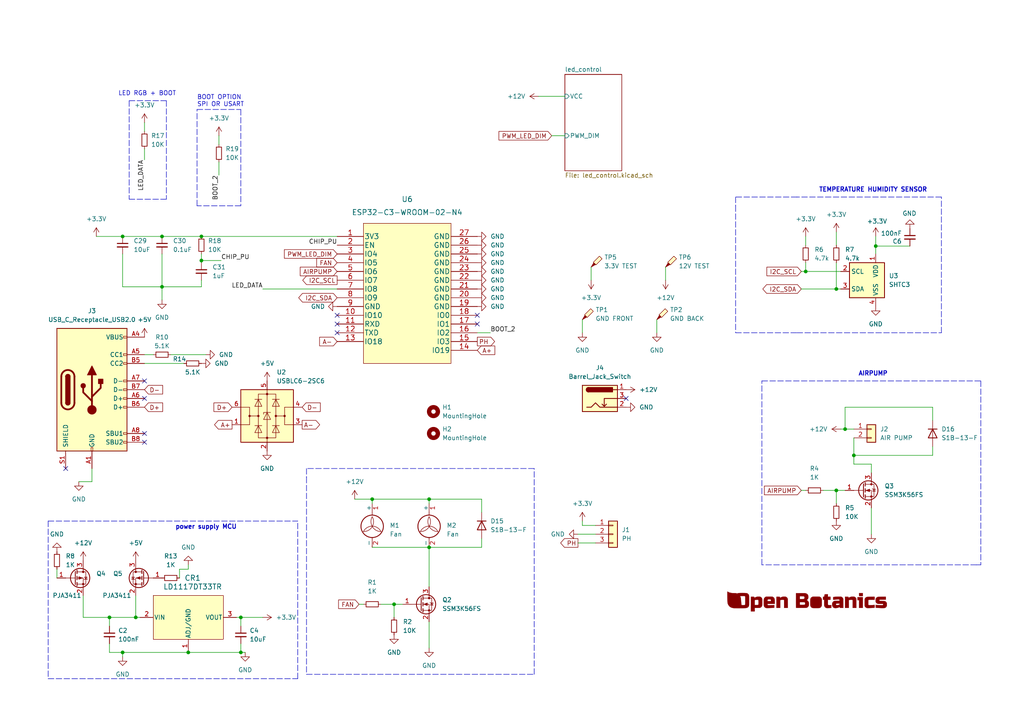
<source format=kicad_sch>
(kicad_sch (version 20211123) (generator eeschema)
  (paper "A4")
  (lib_symbols
    (symbol "Connector:Barrel_Jack_Switch" (pin_names hide)
      (property "Reference" "J" (at 0 5.334 0))
      (property "Value" "Barrel_Jack_Switch" (at 0 -5.08 0))
      (symbol "Barrel_Jack_Switch_1_1"
        (pin passive line (at 7.62 2.54 180) (length 2.54) (name "~") (number "1"))
        (pin passive line (at 7.62 -2.54 180) (length 2.54) (name "~") (number "2"))
        (pin passive line (at 7.62 0 180) (length 2.54) (name "~") (number "3"))
      )
    )
    (symbol "Connector:TestPoint_Probe" (pin_numbers hide) (pin_names (offset 0.762) hide)
      (property "Reference" "TP" (at 1.651 5.842 0))
      (property "Value" "TestPoint_Probe" (at 1.651 4.064 0))
      (symbol "TestPoint_Probe_1_1"
        (pin passive line (at 0 0 90) (length 0) (name "1") (number "1"))
      )
    )
    (symbol "Connector:USB_C_Receptacle_USB2.0" (pin_names (offset 1.016))
      (property "Reference" "J" (at -10.16 19.05 0))
      (property "Value" "USB_C_Receptacle_USB2.0" (at 19.05 19.05 0))
      (symbol "USB_C_Receptacle_USB2.0_1_1"
        (pin passive line (at 0 -22.86 90) (length 5.08) (name "GND") (number "A1"))
        (pin passive line (at 0 -22.86 90) (length 5.08) hide (name "GND") (number "A12"))
        (pin passive line (at 15.24 15.24 180) (length 5.08) (name "VBUS") (number "A4"))
        (pin bidirectional line (at 15.24 10.16 180) (length 5.08) (name "CC1") (number "A5"))
        (pin bidirectional line (at 15.24 -2.54 180) (length 5.08) (name "D+") (number "A6"))
        (pin bidirectional line (at 15.24 2.54 180) (length 5.08) (name "D-") (number "A7"))
        (pin bidirectional line (at 15.24 -12.7 180) (length 5.08) (name "SBU1") (number "A8"))
        (pin passive line (at 15.24 15.24 180) (length 5.08) hide (name "VBUS") (number "A9"))
        (pin passive line (at 0 -22.86 90) (length 5.08) hide (name "GND") (number "B1"))
        (pin passive line (at 0 -22.86 90) (length 5.08) hide (name "GND") (number "B12"))
        (pin passive line (at 15.24 15.24 180) (length 5.08) hide (name "VBUS") (number "B4"))
        (pin bidirectional line (at 15.24 7.62 180) (length 5.08) (name "CC2") (number "B5"))
        (pin bidirectional line (at 15.24 -5.08 180) (length 5.08) (name "D+") (number "B6"))
        (pin bidirectional line (at 15.24 0 180) (length 5.08) (name "D-") (number "B7"))
        (pin bidirectional line (at 15.24 -15.24 180) (length 5.08) (name "SBU2") (number "B8"))
        (pin passive line (at 15.24 15.24 180) (length 5.08) hide (name "VBUS") (number "B9"))
        (pin passive line (at -7.62 -22.86 90) (length 5.08) (name "SHIELD") (number "S1"))
      )
    )
    (symbol "Connector_Generic:Conn_01x02" (pin_names (offset 1.016) hide)
      (property "Reference" "J" (at 0 2.54 0))
      (property "Value" "Conn_01x02" (at 0 -5.08 0))
      (symbol "Conn_01x02_1_1"
        (pin passive line (at -5.08 0 0) (length 3.81) (name "Pin_1") (number "1"))
        (pin passive line (at -5.08 -2.54 0) (length 3.81) (name "Pin_2") (number "2"))
      )
    )
    (symbol "Connector_Generic:Conn_01x03" (pin_names (offset 1.016) hide)
      (property "Reference" "J" (at 0 5.08 0))
      (property "Value" "Conn_01x03" (at 0 -5.08 0))
      (symbol "Conn_01x03_1_1"
        (pin passive line (at -5.08 2.54 0) (length 3.81) (name "Pin_1") (number "1"))
        (pin passive line (at -5.08 0 0) (length 3.81) (name "Pin_2") (number "2"))
        (pin passive line (at -5.08 -2.54 0) (length 3.81) (name "Pin_3") (number "3"))
      )
    )
    (symbol "Device:C_Small" (pin_numbers hide) (pin_names (offset 0.254) hide)
      (property "Reference" "C" (at 0.254 1.778 0))
      (property "Value" "C_Small" (at 0.254 -2.032 0))
      (symbol "C_Small_1_1"
        (pin passive line (at 0 2.54 270) (length 2.032) (name "~") (number "1"))
        (pin passive line (at 0 -2.54 90) (length 2.032) (name "~") (number "2"))
      )
    )
    (symbol "Device:D" (pin_numbers hide) (pin_names (offset 1.016) hide)
      (property "Reference" "D" (at 0 2.54 0))
      (property "Value" "D" (at 0 -2.54 0))
      (symbol "D_1_1"
        (pin passive line (at -3.81 0 0) (length 2.54) (name "K") (number "1"))
        (pin passive line (at 3.81 0 180) (length 2.54) (name "A") (number "2"))
      )
    )
    (symbol "Device:Q_NMOS_GSD" (pin_names (offset 0) hide)
      (property "Reference" "Q" (at 5.08 1.27 0))
      (property "Value" "Q_NMOS_GSD" (at 5.08 -1.27 0))
      (symbol "Q_NMOS_GSD_1_1"
        (pin input line (at -5.08 0 0) (length 2.54) (name "G") (number "1"))
        (pin passive line (at 2.54 -5.08 90) (length 2.54) (name "S") (number "2"))
        (pin passive line (at 2.54 5.08 270) (length 2.54) (name "D") (number "3"))
      )
    )
    (symbol "Device:Q_PMOS_GSD" (pin_names (offset 0) hide)
      (property "Reference" "Q" (at 5.08 1.27 0))
      (property "Value" "Q_PMOS_GSD" (at 5.08 -1.27 0))
      (symbol "Q_PMOS_GSD_1_1"
        (pin input line (at -5.08 0 0) (length 2.54) (name "G") (number "1"))
        (pin passive line (at 2.54 -5.08 90) (length 2.54) (name "S") (number "2"))
        (pin passive line (at 2.54 5.08 270) (length 2.54) (name "D") (number "3"))
      )
    )
    (symbol "Device:R_Small" (pin_numbers hide) (pin_names (offset 0.254) hide)
      (property "Reference" "R" (at 0.762 0.508 0))
      (property "Value" "R_Small" (at 0.762 -1.016 0))
      (symbol "R_Small_1_1"
        (pin passive line (at 0 2.54 270) (length 0.762) (name "~") (number "1"))
        (pin passive line (at 0 -2.54 90) (length 0.762) (name "~") (number "2"))
      )
    )
    (symbol "ESP32-C3-WROOM-02:ESP32-C3-WROOM-02-N4" (pin_names (offset 0.254))
      (property "Reference" "U?" (at 0 14.605 0))
      (property "Value" "ESP32-C3-WROOM-02-N4" (at 0 10.795 0))
      (symbol "ESP32-C3-WROOM-02-N4_1_1"
        (pin unspecified line (at -20.32 3.81 0) (length 7.62) (name "3V3") (number "1"))
        (pin bidirectional line (at -20.32 -19.05 0) (length 7.62) (name "IO10") (number "10"))
        (pin unspecified line (at -20.32 -21.59 0) (length 7.62) (name "RXD") (number "11"))
        (pin unspecified line (at -20.32 -24.13 0) (length 7.62) (name "TXD") (number "12"))
        (pin bidirectional line (at -20.32 -26.67 0) (length 7.62) (name "IO18") (number "13"))
        (pin bidirectional line (at 20.32 -29.21 180) (length 7.62) (name "IO19") (number "14"))
        (pin bidirectional line (at 20.32 -26.67 180) (length 7.62) (name "IO3") (number "15"))
        (pin bidirectional line (at 20.32 -24.13 180) (length 7.62) (name "IO2") (number "16"))
        (pin bidirectional line (at 20.32 -21.59 180) (length 7.62) (name "IO1") (number "17"))
        (pin bidirectional line (at 20.32 -19.05 180) (length 7.62) (name "IO0") (number "18"))
        (pin power_in line (at 20.32 -16.51 180) (length 7.62) (name "GND") (number "19"))
        (pin unspecified line (at -20.32 1.27 0) (length 7.62) (name "EN") (number "2"))
        (pin power_in line (at 20.32 -13.97 180) (length 7.62) (name "GND") (number "20"))
        (pin power_in line (at 20.32 -11.43 180) (length 7.62) (name "GND") (number "21"))
        (pin power_in line (at 20.32 -8.89 180) (length 7.62) (name "GND") (number "22"))
        (pin power_in line (at 20.32 -6.35 180) (length 7.62) (name "GND") (number "23"))
        (pin power_in line (at 20.32 -3.81 180) (length 7.62) (name "GND") (number "24"))
        (pin power_in line (at 20.32 -1.27 180) (length 7.62) (name "GND") (number "25"))
        (pin power_in line (at 20.32 1.27 180) (length 7.62) (name "GND") (number "26"))
        (pin power_in line (at 20.32 3.81 180) (length 7.62) (name "GND") (number "27"))
        (pin bidirectional line (at -20.32 -1.27 0) (length 7.62) (name "IO4") (number "3"))
        (pin bidirectional line (at -20.32 -3.81 0) (length 7.62) (name "IO5") (number "4"))
        (pin bidirectional line (at -20.32 -6.35 0) (length 7.62) (name "IO6") (number "5"))
        (pin bidirectional line (at -20.32 -8.89 0) (length 7.62) (name "IO7") (number "6"))
        (pin bidirectional line (at -20.32 -11.43 0) (length 7.62) (name "IO8") (number "7"))
        (pin bidirectional line (at -20.32 -13.97 0) (length 7.62) (name "IO9") (number "8"))
        (pin power_in line (at -20.32 -16.51 0) (length 7.62) (name "GND") (number "9"))
      )
    )
    (symbol "GND_1" (power) (pin_names (offset 0))
      (property "Value" "GND_1" (at 0 -3.81 0))
      (symbol "GND_1_1_1"
        (pin power_in line (at 0 0 270) (length 0) hide (name "GND") (number "1"))
      )
    )
    (symbol "GND_2" (power) (pin_names (offset 0))
      (property "Value" "GND_2" (at 0 -3.81 0))
      (symbol "GND_2_1_1"
        (pin power_in line (at 0 0 270) (length 0) hide (name "GND") (number "1"))
      )
    )
    (symbol "GND_3" (power) (pin_names (offset 0))
      (property "Value" "GND_3" (at 0 -3.81 0))
      (symbol "GND_3_1_1"
        (pin power_in line (at 0 0 270) (length 0) hide (name "GND") (number "1"))
      )
    )
    (symbol "GND_4" (power) (pin_names (offset 0))
      (property "Value" "GND_4" (at 0 -3.81 0))
      (symbol "GND_4_1_1"
        (pin power_in line (at 0 0 270) (length 0) hide (name "GND") (number "1"))
      )
    )
    (symbol "GND_5" (power) (pin_names (offset 0))
      (property "Value" "GND_5" (at 0 -3.81 0))
      (symbol "GND_5_1_1"
        (pin power_in line (at 0 0 270) (length 0) hide (name "GND") (number "1"))
      )
    )
    (symbol "LD1117DT33TR:LD1117DT33TR" (pin_names (offset 0.254))
      (property "Reference" "CR?" (at 22.86 11.43 0))
      (property "Value" "LD1117DT33TR" (at 22.86 7.62 0))
      (symbol "LD1117DT33TR_1_1"
        (pin passive line (at 21.59 -15.24 90) (length 3.81) (name "ADJ/GND") (number "1"))
        (pin power_in line (at 7.62 -5.08 0) (length 3.81) (name "VIN") (number "2"))
        (pin power_out line (at 35.56 -5.08 180) (length 3.81) (name "VOUT") (number "3"))
      )
    )
    (symbol "Mechanical:MountingHole" (pin_names (offset 1.016))
      (property "Reference" "H" (at 0 5.08 0))
      (property "Value" "MountingHole" (at 0 3.175 0))
    )
    (symbol "Motor:Fan" (pin_names (offset 0))
      (property "Reference" "M" (at 2.54 5.08 0))
      (property "Value" "Fan" (at 2.54 -2.54 0))
      (symbol "Fan_1_1"
        (pin passive line (at 0 7.62 270) (length 2.54) (name "+") (number "1"))
        (pin passive line (at 0 -5.08 90) (length 2.54) (name "-") (number "2"))
      )
    )
    (symbol "OpenBotanics:LOGO" (pin_names (offset 1.016)))
    (symbol "Power_Protection:USBLC6-2SC6" (pin_names hide)
      (property "Reference" "U" (at 2.54 8.89 0))
      (property "Value" "USBLC6-2SC6" (at 2.54 -8.89 0))
      (symbol "USBLC6-2SC6_1_1"
        (pin passive line (at -10.16 -2.54 0) (length 2.54) (name "I/O1") (number "1"))
        (pin passive line (at 0 -10.16 90) (length 2.54) (name "GND") (number "2"))
        (pin passive line (at 10.16 -2.54 180) (length 2.54) (name "I/O2") (number "3"))
        (pin passive line (at 10.16 2.54 180) (length 2.54) (name "I/O2") (number "4"))
        (pin passive line (at 0 10.16 270) (length 2.54) (name "VBUS") (number "5"))
        (pin passive line (at -10.16 2.54 0) (length 2.54) (name "I/O1") (number "6"))
      )
    )
    (symbol "Sensor_Humidity:SHTC3"
      (property "Reference" "U" (at -3.81 6.35 0))
      (property "Value" "SHTC3" (at -2.54 -6.35 0))
      (symbol "SHTC3_1_1"
        (pin power_in line (at 2.54 7.62 270) (length 2.54) (name "VDD") (number "1"))
        (pin input line (at -7.62 2.54 0) (length 2.54) (name "SCL") (number "2"))
        (pin bidirectional line (at -7.62 -2.54 0) (length 2.54) (name "SDA") (number "3"))
        (pin power_in line (at 2.54 -7.62 90) (length 2.54) (name "VSS") (number "4"))
        (pin no_connect line (at 5.08 0 180) (length 2.54) hide (name "NC") (number "5"))
      )
    )
    (symbol "power:+12V" (power) (pin_names (offset 0))
      (property "Value" "+12V" (at 0 3.556 0))
      (symbol "+12V_1_1"
        (pin power_in line (at 0 0 90) (length 0) hide (name "+12V") (number "1"))
      )
    )
    (symbol "power:+3.3V" (power) (pin_names (offset 0))
      (property "Value" "+3.3V" (at 0 3.556 0))
      (symbol "+3.3V_1_1"
        (pin power_in line (at 0 0 90) (length 0) hide (name "+3.3V") (number "1"))
      )
    )
    (symbol "power:+5V" (power) (pin_names (offset 0))
      (property "Value" "+5V" (at 0 3.556 0))
      (symbol "+5V_1_1"
        (pin power_in line (at 0 0 90) (length 0) hide (name "+5V") (number "1"))
      )
    )
    (symbol "power:GND" (power) (pin_names (offset 0))
      (property "Value" "GND" (at 0 -3.81 0))
      (symbol "GND_1_1"
        (pin power_in line (at 0 0 270) (length 0) hide (name "GND") (number "1"))
      )
    )
  )
  (junction (at 124.46 144.78))
  (junction (at 242.57 83.82))
  (junction (at 124.46 158.75))
  (junction (at 58.42 75.565))
  (junction (at 247.65 132.08))
  (junction (at 245.11 124.46))
  (junction (at 58.42 68.58))
  (junction (at 39.37 179.07))
  (junction (at 35.56 189.23))
  (junction (at 31.75 179.07))
  (junction (at 35.56 68.58))
  (junction (at 69.85 179.07))
  (junction (at 69.85 189.23))
  (junction (at 233.68 78.74))
  (junction (at 242.57 142.24))
  (junction (at 114.3 175.26))
  (junction (at 46.99 68.58))
  (junction (at 254 71.374))
  (junction (at 46.99 83.185))
  (junction (at 54.61 189.23))
  (junction (at 107.95 144.78))
  (no_connect (at 97.79 93.98))
  (no_connect (at 97.79 91.44))
  (no_connect (at 19.05 135.89))
  (no_connect (at 41.91 125.73))
  (no_connect (at 97.79 96.52))
  (no_connect (at 41.91 115.57))
  (no_connect (at 138.43 91.44))
  (no_connect (at 41.91 110.49))
  (no_connect (at 41.91 128.27))
  (no_connect (at 181.61 115.57))
  (no_connect (at 138.43 93.98))
  (polyline (pts (xy 13.97 196.85) (xy 86.36 196.85)))
  (wire (pts (xy 242.57 76.2) (xy 242.57 83.82)))
  (wire (pts (xy 54.61 189.23) (xy 69.85 189.23)))
  (polyline (pts (xy 283.21 163.83) (xy 220.98 163.83)))
  (wire (pts (xy 69.85 186.69) (xy 69.85 189.23)))
  (polyline (pts (xy 231.14 96.52) (xy 273.05 96.52)))
  (polyline (pts (xy 273.05 96.52) (xy 273.05 57.15)))
  (wire (pts (xy 35.56 83.185) (xy 46.99 83.185)))
  (polyline (pts (xy 220.98 163.83) (xy 220.98 110.49)))
  (polyline (pts (xy 13.97 151.13) (xy 86.36 151.13)))
  (wire (pts (xy 41.91 43.18) (xy 41.91 46.355)))
  (polyline (pts (xy 69.85 59.69) (xy 57.15 59.69)))
  (polyline (pts (xy 213.36 96.52) (xy 231.14 96.52)))
  (polyline (pts (xy 231.14 57.15) (xy 213.36 57.15)))
  (wire (pts (xy 160.02 39.37) (xy 163.83 39.37)))
  (wire (pts (xy 46.99 83.185) (xy 46.99 86.995)))
  (wire (pts (xy 124.46 144.78) (xy 124.46 146.05)))
  (wire (pts (xy 139.7 158.75) (xy 139.7 156.21)))
  (wire (pts (xy 41.91 102.87) (xy 44.45 102.87)))
  (wire (pts (xy 35.56 189.23) (xy 54.61 189.23)))
  (wire (pts (xy 41.91 35.56) (xy 41.91 38.1)))
  (polyline (pts (xy 88.9 135.89) (xy 88.9 138.43)))
  (wire (pts (xy 114.3 179.07) (xy 114.3 175.26)))
  (wire (pts (xy 232.41 142.24) (xy 233.68 142.24)))
  (wire (pts (xy 243.84 124.46) (xy 245.11 124.46)))
  (polyline (pts (xy 273.05 57.15) (xy 231.14 57.15)))
  (wire (pts (xy 58.42 75.565) (xy 64.135 75.565)))
  (wire (pts (xy 27.94 68.58) (xy 35.56 68.58)))
  (wire (pts (xy 46.99 83.185) (xy 58.42 83.185)))
  (wire (pts (xy 107.95 144.78) (xy 124.46 144.78)))
  (wire (pts (xy 58.42 73.66) (xy 58.42 75.565)))
  (polyline (pts (xy 213.36 57.15) (xy 213.36 59.69)))
  (wire (pts (xy 58.42 83.185) (xy 58.42 81.28)))
  (polyline (pts (xy 284.48 163.83) (xy 283.21 163.83)))
  (wire (pts (xy 31.75 179.07) (xy 39.37 179.07)))
  (wire (pts (xy 139.7 144.78) (xy 124.46 144.78)))
  (wire (pts (xy 168.91 152.4) (xy 172.72 152.4)))
  (wire (pts (xy 247.65 132.08) (xy 247.65 134.62)))
  (wire (pts (xy 270.51 129.54) (xy 270.51 132.08)))
  (wire (pts (xy 35.56 68.58) (xy 46.99 68.58)))
  (wire (pts (xy 245.11 124.46) (xy 247.65 124.46)))
  (polyline (pts (xy 13.97 151.13) (xy 13.97 196.85)))
  (wire (pts (xy 247.65 134.62) (xy 252.73 134.62)))
  (wire (pts (xy 31.75 189.23) (xy 35.56 189.23)))
  (wire (pts (xy 270.51 121.92) (xy 270.51 118.11)))
  (wire (pts (xy 63.5 46.99) (xy 63.5 50.8)))
  (wire (pts (xy 242.57 146.05) (xy 242.57 142.24)))
  (polyline (pts (xy 154.94 135.89) (xy 88.9 135.89)))
  (polyline (pts (xy 48.26 29.21) (xy 48.26 57.785)))
  (polyline (pts (xy 48.26 57.785) (xy 37.465 57.785)))
  (wire (pts (xy 138.43 96.52) (xy 142.24 96.52)))
  (polyline (pts (xy 57.15 59.69) (xy 57.15 31.75)))
  (wire (pts (xy 232.41 83.82) (xy 242.57 83.82)))
  (wire (pts (xy 102.87 144.78) (xy 107.95 144.78)))
  (wire (pts (xy 69.85 179.07) (xy 69.85 181.61)))
  (wire (pts (xy 124.46 158.75) (xy 139.7 158.75)))
  (wire (pts (xy 54.61 165.1) (xy 52.07 165.1)))
  (wire (pts (xy 24.13 172.72) (xy 24.13 179.07)))
  (wire (pts (xy 41.91 105.41) (xy 53.34 105.41)))
  (wire (pts (xy 63.5 39.37) (xy 63.5 41.91)))
  (wire (pts (xy 167.64 154.94) (xy 172.72 154.94)))
  (wire (pts (xy 245.11 118.11) (xy 245.11 124.46)))
  (wire (pts (xy 52.07 165.1) (xy 52.07 167.64)))
  (polyline (pts (xy 86.36 196.85) (xy 86.36 151.13)))
  (wire (pts (xy 58.42 75.565) (xy 58.42 76.2)))
  (wire (pts (xy 24.13 179.07) (xy 31.75 179.07)))
  (wire (pts (xy 156.21 27.94) (xy 163.83 27.94)))
  (wire (pts (xy 167.64 157.48) (xy 172.72 157.48)))
  (polyline (pts (xy 213.36 59.69) (xy 213.36 96.52)))
  (wire (pts (xy 58.42 68.58) (xy 97.79 68.58)))
  (wire (pts (xy 46.99 73.66) (xy 46.99 83.185)))
  (wire (pts (xy 232.41 78.74) (xy 233.68 78.74)))
  (wire (pts (xy 114.3 175.26) (xy 116.84 175.26)))
  (wire (pts (xy 39.37 172.72) (xy 39.37 179.07)))
  (wire (pts (xy 39.37 179.07) (xy 40.64 179.07)))
  (polyline (pts (xy 57.15 31.75) (xy 69.85 31.75)))
  (wire (pts (xy 254 68.58) (xy 254 71.374)))
  (polyline (pts (xy 37.465 29.21) (xy 48.26 29.21)))
  (wire (pts (xy 193.04 77.47) (xy 193.04 81.28)))
  (wire (pts (xy 54.61 163.83) (xy 54.61 165.1)))
  (polyline (pts (xy 88.9 195.58) (xy 154.94 195.58)))
  (wire (pts (xy 263.906 71.374) (xy 254 71.374)))
  (wire (pts (xy 190.5 92.71) (xy 190.5 96.52)))
  (polyline (pts (xy 69.85 31.75) (xy 69.85 59.69)))
  (wire (pts (xy 107.95 158.75) (xy 124.46 158.75)))
  (polyline (pts (xy 284.48 110.49) (xy 284.48 163.83)))
  (wire (pts (xy 233.68 78.74) (xy 243.84 78.74)))
  (wire (pts (xy 35.56 189.23) (xy 35.56 190.5)))
  (wire (pts (xy 242.57 83.82) (xy 243.84 83.82)))
  (wire (pts (xy 233.68 68.58) (xy 233.68 71.12)))
  (wire (pts (xy 76.2 83.82) (xy 97.79 83.82)))
  (wire (pts (xy 233.68 76.2) (xy 233.68 78.74)))
  (wire (pts (xy 104.14 175.26) (xy 105.41 175.26)))
  (polyline (pts (xy 88.9 138.43) (xy 88.9 195.58)))
  (wire (pts (xy 171.45 77.47) (xy 171.45 81.28)))
  (wire (pts (xy 252.73 147.32) (xy 252.73 154.94)))
  (wire (pts (xy 124.46 180.34) (xy 124.46 187.96)))
  (polyline (pts (xy 220.98 110.49) (xy 284.48 110.49)))
  (wire (pts (xy 31.75 186.69) (xy 31.75 189.23)))
  (wire (pts (xy 110.49 175.26) (xy 114.3 175.26)))
  (wire (pts (xy 168.91 92.71) (xy 168.91 96.52)))
  (wire (pts (xy 238.76 142.24) (xy 242.57 142.24)))
  (wire (pts (xy 69.85 179.07) (xy 76.2 179.07)))
  (wire (pts (xy 242.57 67.31) (xy 242.57 71.12)))
  (wire (pts (xy 254 71.374) (xy 254 73.66)))
  (wire (pts (xy 124.46 158.75) (xy 124.46 170.18)))
  (wire (pts (xy 139.7 148.59) (xy 139.7 144.78)))
  (wire (pts (xy 26.67 135.89) (xy 26.67 139.7)))
  (wire (pts (xy 35.56 73.66) (xy 35.56 83.185)))
  (polyline (pts (xy 37.465 29.21) (xy 37.465 57.785)))
  (wire (pts (xy 49.53 102.87) (xy 59.69 102.87)))
  (wire (pts (xy 270.51 118.11) (xy 245.11 118.11)))
  (wire (pts (xy 68.58 179.07) (xy 69.85 179.07)))
  (wire (pts (xy 247.65 127) (xy 247.65 132.08)))
  (wire (pts (xy 26.67 139.7) (xy 22.86 139.7)))
  (wire (pts (xy 107.95 144.78) (xy 107.95 146.05)))
  (wire (pts (xy 168.91 151.13) (xy 168.91 152.4)))
  (wire (pts (xy 270.51 132.08) (xy 247.65 132.08)))
  (wire (pts (xy 46.99 68.58) (xy 58.42 68.58)))
  (wire (pts (xy 242.57 142.24) (xy 245.11 142.24)))
  (wire (pts (xy 252.73 134.62) (xy 252.73 137.16)))
  (wire (pts (xy 16.51 165.1) (xy 16.51 167.64)))
  (polyline (pts (xy 154.94 195.58) (xy 154.94 135.89)))
  (wire (pts (xy 69.85 189.23) (xy 71.12 189.23)))
  (wire (pts (xy 31.75 179.07) (xy 31.75 181.61)))
  (text "BOOT OPTION\nSPI OR USART" (at 57.15 31.115 0) (effects (font (size 1.27 1.27)) (justify left bottom)))
  (text "LED RGB + BOOT" (at 34.29 27.94 0) (effects (font (size 1.27 1.27)) (justify left bottom)))
  (text "AIRPUMP" (at 248.92 109.22 0) (effects (font (size 1.27 1.27) (thickness 0.254) bold) (justify left bottom)))
  (text "TEMPERATURE HUMIDITY SENSOR" (at 237.49 55.88 0) (effects (font (size 1.27 1.27) bold) (justify left bottom)))
  (text "power supply MCU" (at 50.8 153.67 0) (effects (font (size 1.27 1.27) bold) (justify left bottom)))
  (label "BOOT_2" (at 142.24 96.52 0))
  (label "LED_DATA" (at 76.2 83.82 180))
  (label "CHIP_PU" (at 64.135 75.565 0))
  (label "LED_DATA" (at 41.91 46.355 270))
  (label "BOOT_2" (at 63.5 50.8 270))
  (label "CHIP_PU" (at 97.79 71.12 180))
  (global_label "I2C_SCL" (shape input) (at 232.41 78.74 180) (property "Intersheet References" "${INTERSHEET_REFS}" (effects hide)))
  (global_label "AIRPUMP" (shape input) (at 232.41 142.24 180) (property "Intersheet References" "${INTERSHEET_REFS}" (effects hide)))
  (global_label "A-" (shape output) (at 87.63 123.19 0) (property "Referencias entre hojas" "${INTERSHEET_REFS}" (effects hide)))
  (global_label "A+" (shape output) (at 67.31 123.19 180) (property "Referencias entre hojas" "${INTERSHEET_REFS}" (effects hide)))
  (global_label "I2C_SCL" (shape output) (at 97.79 81.28 180) (property "Intersheet References" "${INTERSHEET_REFS}" (effects hide)))
  (global_label "PWM_LED_DIM" (shape input) (at 160.02 39.37 180) (property "Intersheet References" "${INTERSHEET_REFS}" (effects hide)))
  (global_label "A-" (shape input) (at 97.79 99.06 180) (property "Referencias entre hojas" "${INTERSHEET_REFS}" (effects hide)))
  (global_label "PH" (shape output) (at 167.64 157.48 180) (property "Intersheet References" "${INTERSHEET_REFS}" (effects hide)))
  (global_label "I2C_SDA" (shape bidirectional) (at 232.41 83.82 180) (property "Intersheet References" "${INTERSHEET_REFS}" (effects hide)))
  (global_label "FAN" (shape input) (at 97.79 76.2 180) (property "Intersheet References" "${INTERSHEET_REFS}" (effects hide)))
  (global_label "PWM_LED_DIM" (shape input) (at 97.79 73.66 180) (property "Intersheet References" "${INTERSHEET_REFS}" (effects hide)))
  (global_label "FAN" (shape input) (at 104.14 175.26 180) (property "Intersheet References" "${INTERSHEET_REFS}" (effects hide)))
  (global_label "I2C_SDA" (shape bidirectional) (at 97.79 86.36 180) (property "Intersheet References" "${INTERSHEET_REFS}" (effects hide)))
  (global_label "A+" (shape input) (at 138.43 101.6 0) (property "Referencias entre hojas" "${INTERSHEET_REFS}" (effects hide)))
  (global_label "D+" (shape input) (at 67.31 118.11 180) (property "Referencias entre hojas" "${INTERSHEET_REFS}" (effects hide)))
  (global_label "PH" (shape output) (at 138.43 99.06 0) (property "Intersheet References" "${INTERSHEET_REFS}" (effects hide)))
  (global_label "AIRPUMP" (shape input) (at 97.79 78.74 180) (property "Intersheet References" "${INTERSHEET_REFS}" (effects hide)))
  (global_label "D-" (shape input) (at 41.91 113.03 0) (property "Referencias entre hojas" "${INTERSHEET_REFS}" (effects hide)))
  (global_label "D-" (shape input) (at 87.63 118.11 0) (property "Referencias entre hojas" "${INTERSHEET_REFS}" (effects hide)))
  (global_label "D+" (shape input) (at 41.91 118.11 0) (property "Referencias entre hojas" "${INTERSHEET_REFS}" (effects hide)))
  (symbol (lib_id "Device:R_Small") (at 46.99 102.87 90) (unit 1)
    (property "Reference" "R10" (at 46.99 97.79 90))
    (property "Value" "5.1K" (at 46.99 100.33 90))
    (property "Footprint" "Resistor_SMD:R_0603_1608Metric" (effects hide))
    (property "PN" "RC0603FR-135K1L" (effects hide))
  )
  (symbol (lib_id "Connector:TestPoint_Probe") (at 193.04 77.47 0) (unit 1)
    (property "Reference" "TP6" (at 196.85 74.6124 0) (effects (justify left)))
    (property "Value" "12V TEST" (at 196.85 77.1524 0) (effects (justify left)))
    (property "Footprint" "TestPoint:TestPoint_Pad_D1.5mm" (effects hide))
  )
  (symbol (lib_id "Device:C_Small") (at 35.56 71.12 0) (unit 1)
    (property "Reference" "C29" (at 38.735 69.8562 0) (effects (justify left)))
    (property "Value" "10uF" (at 38.735 72.3962 0) (effects (justify left)))
    (property "Footprint" "Capacitor_SMD:C_0805_2012Metric_Pad1.18x1.45mm_HandSolder" (effects hide))
    (property "PN" "CL21A106KQFNNNE" (effects hide))
  )
  (symbol (lib_id "Device:C_Small") (at 46.99 71.12 0) (unit 1)
    (property "Reference" "C30" (at 50.165 69.8562 0) (effects (justify left)))
    (property "Value" "0.1uF" (at 50.165 72.3962 0) (effects (justify left)))
    (property "Footprint" "Capacitor_SMD:C_0603_1608Metric_Pad1.08x0.95mm_HandSolder" (effects hide))
    (property "PN" "CL10B104KA8NNNC" (effects hide))
  )
  (symbol (lib_id "power:GND") (at 97.79 88.9 270) (unit 1)
    (property "Reference" "#PWR078" (effects hide))
    (property "Value" "GND" (at 90.17 88.9 90) (effects (justify left)))
  )
  (symbol (lib_name "GND_4") (lib_id "power:GND") (at 54.61 163.83 180) (unit 1)
    (property "Reference" "#PWR0110" (effects hide))
    (property "Value" "GND" (at 54.61 158.75 0))
  )
  (symbol (lib_id "Device:Q_PMOS_GSD") (at 41.91 167.64 0) (mirror y) (unit 1)
    (property "Reference" "Q5" (at 35.56 166.3699 0) (effects (justify left)))
    (property "Value" "PJA3411" (at 38.1 172.72 0) (effects (justify left)))
    (property "Footprint" "Package_TO_SOT_SMD:SOT-23" (effects hide))
    (property "PN" "PJA3411-AU_R1_000A1" (effects hide))
  )
  (symbol (lib_id "Device:R_Small") (at 55.88 105.41 90) (unit 1)
    (property "Reference" "R14" (at 52.07 104.14 90))
    (property "Value" "5.1K" (at 55.88 107.95 90))
    (property "Footprint" "Resistor_SMD:R_0603_1608Metric" (effects hide))
    (property "PN" "RC0603FR-135K1L" (effects hide))
  )
  (symbol (lib_id "power:GND") (at 35.56 190.5 0) (unit 1)
    (property "Reference" "#PWR03" (effects hide))
    (property "Value" "GND" (at 35.56 195.58 0))
  )
  (symbol (lib_id "Device:C_Small") (at 263.906 68.834 0) (unit 1)
    (property "Reference" "C6" (at 261.5692 70.0024 0) (effects (justify right)))
    (property "Value" "100nF" (at 261.5692 67.691 0) (effects (justify right)))
    (property "Footprint" "Capacitor_SMD:C_0603_1608Metric_Pad1.08x0.95mm_HandSolder" (effects hide))
    (property "PN" "CL10B104KA8NNNC" (effects hide))
  )
  (symbol (lib_id "power:GND") (at 242.57 151.13 0) (unit 1)
    (property "Reference" "#PWR013" (effects hide))
    (property "Value" "GND" (at 242.57 156.21 0))
  )
  (symbol (lib_id "Connector:TestPoint_Probe") (at 171.45 77.47 0) (unit 1)
    (property "Reference" "TP5" (at 175.26 74.6124 0) (effects (justify left)))
    (property "Value" "3.3V TEST" (at 175.26 77.1524 0) (effects (justify left)))
    (property "Footprint" "TestPoint:TestPoint_Pad_D1.5mm" (effects hide))
  )
  (symbol (lib_id "power:+3.3V") (at 27.94 68.58 0) (unit 1)
    (property "Reference" "#PWR01" (effects hide))
    (property "Value" "+3.3V" (at 27.94 63.5 0))
  )
  (symbol (lib_id "Mechanical:MountingHole") (at 125.73 125.73 0) (unit 1)
    (property "Reference" "H2" (at 128.27 124.4599 0) (effects (justify left)))
    (property "Value" "MountingHole" (at 128.27 126.9999 0) (effects (justify left)))
    (property "Footprint" "MountingHole:MountingHole_2.2mm_M2_Pad" (effects hide))
  )
  (symbol (lib_id "Connector:Barrel_Jack_Switch") (at 173.99 115.57 0) (unit 1)
    (property "Reference" "J4" (at 173.99 106.68 0))
    (property "Value" "Barrel_Jack_Switch" (at 173.99 109.22 0))
    (property "Footprint" "PJ-007:CUI_PJ-007" (effects hide))
    (property "PN" "PJ-007" (effects hide))
  )
  (symbol (lib_id "Device:C_Small") (at 58.42 78.74 0) (unit 1)
    (property "Reference" "C31" (at 61.595 77.4762 0) (effects (justify left)))
    (property "Value" "1uF" (at 61.595 80.0162 0) (effects (justify left)))
    (property "Footprint" "Capacitor_SMD:C_0603_1608Metric_Pad1.08x0.95mm_HandSolder" (effects hide))
    (property "PN" "CL10A105KA8NNNC" (effects hide))
  )
  (symbol (lib_id "Device:Q_NMOS_GSD") (at 250.19 142.24 0) (unit 1)
    (property "Reference" "Q3" (at 256.54 140.9699 0) (effects (justify left)))
    (property "Value" "SSM3K56FS" (at 256.54 143.5099 0) (effects (justify left)))
    (property "Footprint" "Package_TO_SOT_SMD:SOT-23" (effects hide))
    (property "PN" "SSM3K56FS" (effects hide))
  )
  (symbol (lib_id "power:GND") (at 138.43 88.9 90) (unit 1)
    (property "Reference" "#PWR087" (effects hide))
    (property "Value" "GND" (at 142.24 88.8999 90) (effects (justify right)))
  )
  (symbol (lib_id "power:+12V") (at 181.61 113.03 270) (unit 1)
    (property "Reference" "#PWR021" (effects hide))
    (property "Value" "+12V" (at 185.42 113.0299 90) (effects (justify left)))
  )
  (symbol (lib_id "Power_Protection:USBLC6-2SC6") (at 77.47 120.65 0) (unit 1)
    (property "Reference" "U2" (at 80.2387 107.95 0) (effects (justify left)))
    (property "Value" "USBLC6-2SC6" (at 80.2387 110.49 0) (effects (justify left)))
    (property "Footprint" "Package_TO_SOT_SMD:SOT-23-6" (effects hide))
    (property "Datasheet" "https://www.st.com/resource/en/datasheet/usblc6-2.pdf" (effects hide))
    (property "PN" "USBLC6-2SC6" (effects hide))
  )
  (symbol (lib_id "Connector:USB_C_Receptacle_USB2.0") (at 26.67 113.03 0) (unit 1)
    (property "Reference" "J3" (at 26.67 90.17 0))
    (property "Value" "USB_C_Receptacle_USB2.0" (at 26.67 92.71 0))
    (property "Footprint" "Connector_USB:USB_C_Receptacle_HRO_TYPE-C-31-M-12" (effects hide))
    (property "Datasheet" "https://www.usb.org/sites/default/files/documents/usb_type-c.zip" (effects hide))
    (property "PN" "USB4500-03-0-A" (effects hide))
  )
  (symbol (lib_id "power:GND") (at 138.43 78.74 90) (unit 1)
    (property "Reference" "#PWR083" (effects hide))
    (property "Value" "GND" (at 142.24 78.7399 90) (effects (justify right)))
  )
  (symbol (lib_id "power:+12V") (at 24.13 162.56 0) (unit 1)
    (property "Reference" "#PWR02" (effects hide))
    (property "Value" "+12V" (at 24.13 157.48 0))
  )
  (symbol (lib_id "Device:R_Small") (at 49.53 167.64 90) (unit 1)
    (property "Reference" "R13" (at 49.53 161.29 90))
    (property "Value" "1K" (at 49.53 163.83 90))
    (property "Footprint" "Resistor_SMD:R_0603_1608Metric_Pad0.98x0.95mm_HandSolder" (effects hide))
    (property "PN" "RNCP0603FTD1K00" (effects hide))
  )
  (symbol (lib_id "power:GND") (at 138.43 68.58 90) (unit 1)
    (property "Reference" "#PWR079" (effects hide))
    (property "Value" "GND" (at 142.24 68.5799 90) (effects (justify right)))
  )
  (symbol (lib_id "Device:R_Small") (at 63.5 44.45 0) (unit 1)
    (property "Reference" "R19" (at 65.405 43.1799 0) (effects (justify left)))
    (property "Value" "10K" (at 65.405 45.7199 0) (effects (justify left)))
    (property "Footprint" "Resistor_SMD:R_0603_1608Metric_Pad0.98x0.95mm_HandSolder" (effects hide))
    (property "PN" "RNCP0603FTD10K0" (effects hide))
  )
  (symbol (lib_name "GND_4") (lib_id "power:GND") (at 16.51 160.02 0) (mirror x) (unit 1)
    (property "Reference" "#PWR0111" (effects hide))
    (property "Value" "GND" (at 16.51 154.94 0))
  )
  (symbol (lib_id "Motor:Fan") (at 107.95 153.67 0) (unit 1)
    (property "Reference" "M1" (at 113.03 152.3999 0) (effects (justify left)))
    (property "Value" "Fan" (at 113.03 154.9399 0) (effects (justify left)))
    (property "Footprint" "Connector_PinHeader_2.54mm:PinHeader_1x02_P2.54mm_Horizontal" (effects hide))
  )
  (symbol (lib_id "power:+3.3V") (at 168.91 151.13 0) (unit 1)
    (property "Reference" "#PWR012" (effects hide))
    (property "Value" "+3.3V" (at 168.91 146.05 0))
  )
  (symbol (lib_id "power:GND") (at 167.64 154.94 270) (unit 1)
    (property "Reference" "#PWR011" (effects hide))
    (property "Value" "GND" (at 163.83 154.9399 90) (effects (justify right)))
  )
  (symbol (lib_id "power:GND") (at 138.43 81.28 90) (unit 1)
    (property "Reference" "#PWR084" (effects hide))
    (property "Value" "GND" (at 142.24 81.2799 90) (effects (justify right)))
  )
  (symbol (lib_id "Device:D") (at 270.51 125.73 270) (unit 1)
    (property "Reference" "D16" (at 273.05 124.4599 90) (effects (justify left)))
    (property "Value" "S1B-13-F" (at 273.05 126.9999 90) (effects (justify left)))
    (property "Footprint" "Diode_SMD:D_SMA" (effects hide))
    (property "PN" "S1B-13-F" (effects hide))
  )
  (symbol (lib_id "power:GND") (at 114.3 184.15 0) (unit 1)
    (property "Reference" "#PWR09" (effects hide))
    (property "Value" "GND" (at 114.3 189.23 0))
  )
  (symbol (lib_id "Device:R_Small") (at 58.42 71.12 0) (unit 1)
    (property "Reference" "R18" (at 60.325 69.8499 0) (effects (justify left)))
    (property "Value" "10K" (at 60.325 72.3899 0) (effects (justify left)))
    (property "Footprint" "Resistor_SMD:R_0603_1608Metric_Pad0.98x0.95mm_HandSolder" (effects hide))
    (property "PN" "RNCP0603FTD10K0" (effects hide))
  )
  (symbol (lib_name "GND_3") (lib_id "power:GND") (at 22.86 139.7 0) (unit 1)
    (property "Reference" "#PWR0104" (effects hide))
    (property "Value" "GND" (at 22.86 144.78 0))
  )
  (symbol (lib_id "Device:R_Small") (at 233.68 73.66 0) (unit 1)
    (property "Reference" "R6" (at 236.22 72.3899 0) (effects (justify left)))
    (property "Value" "4.7k" (at 236.22 74.9299 0) (effects (justify left)))
    (property "Footprint" "Resistor_SMD:R_0603_1608Metric_Pad0.98x0.95mm_HandSolder" (effects hide))
    (property "PN" "RMCF0603FT4K70" (effects hide))
  )
  (symbol (lib_id "LD1117DT33TR:LD1117DT33TR") (at 33.02 173.99 0) (unit 1)
    (property "Reference" "CR1" (at 55.88 167.64 0) (effects (font (size 1.524 1.524))))
    (property "Value" "LD1117DT33TR" (at 55.88 170.18 0) (effects (font (size 1.524 1.524))))
    (property "Footprint" "Package_TO_SOT_SMD:TO-252-3_TabPin4" (effects hide))
  )
  (symbol (lib_id "power:GND") (at 190.5 96.52 0) (unit 1)
    (property "Reference" "#PWR026" (effects hide))
    (property "Value" "GND" (at 190.5 101.6 0))
  )
  (symbol (lib_id "power:GND") (at 254 88.9 0) (unit 1)
    (property "Reference" "#PWR017" (effects hide))
    (property "Value" "GND" (at 254 93.98 0))
  )
  (symbol (lib_id "power:+3.3V") (at 41.91 35.56 0) (unit 1)
    (property "Reference" "#PWR0101" (effects hide))
    (property "Value" "+3.3V" (at 41.91 30.48 0))
  )
  (symbol (lib_id "Connector_Generic:Conn_01x03") (at 177.8 154.94 0) (unit 1)
    (property "Reference" "J1" (at 180.34 153.6699 0) (effects (justify left)))
    (property "Value" "PH" (at 180.34 156.2099 0) (effects (justify left)))
    (property "Footprint" "Connector_PinHeader_2.54mm:PinHeader_1x03_P2.54mm_Horizontal" (effects hide))
  )
  (symbol (lib_id "Device:C_Small") (at 69.85 184.15 0) (unit 1)
    (property "Reference" "C4" (at 72.39 182.8862 0) (effects (justify left)))
    (property "Value" "10uF" (at 72.39 185.4262 0) (effects (justify left)))
    (property "Footprint" "Capacitor_SMD:C_0805_2012Metric_Pad1.18x1.45mm_HandSolder" (effects hide))
    (property "PN" "CL21A106KOQNNNE" (effects hide))
  )
  (symbol (lib_id "Device:R_Small") (at 41.91 40.64 0) (unit 1)
    (property "Reference" "R17" (at 43.815 39.3699 0) (effects (justify left)))
    (property "Value" "10K" (at 43.815 41.9099 0) (effects (justify left)))
    (property "Footprint" "Resistor_SMD:R_0603_1608Metric_Pad0.98x0.95mm_HandSolder" (effects hide))
    (property "PN" "RNCP0603FTD10K0" (effects hide))
  )
  (symbol (lib_id "power:+12V") (at 243.84 124.46 90) (unit 1)
    (property "Reference" "#PWR014" (effects hide))
    (property "Value" "+12V" (at 240.03 124.4599 90) (effects (justify left)))
  )
  (symbol (lib_id "Device:R_Small") (at 114.3 181.61 0) (unit 1)
    (property "Reference" "R2" (at 116.84 180.3399 0) (effects (justify left)))
    (property "Value" "10K" (at 116.84 182.8799 0) (effects (justify left)))
    (property "Footprint" "Resistor_SMD:R_0603_1608Metric_Pad0.98x0.95mm_HandSolder" (effects hide))
    (property "PN" "RNCP0603FTD10K0" (effects hide))
  )
  (symbol (lib_id "power:+3.3V") (at 242.57 67.31 0) (unit 1)
    (property "Reference" "#PWR020" (effects hide))
    (property "Value" "+3.3V" (at 242.57 62.23 0))
  )
  (symbol (lib_id "Sensor_Humidity:SHTC3") (at 251.46 81.28 0) (unit 1)
    (property "Reference" "U3" (at 257.81 80.0099 0) (effects (justify left)))
    (property "Value" "SHTC3" (at 257.81 82.5499 0) (effects (justify left)))
    (property "Footprint" "Sensor_Humidity:Sensirion_DFN-4-1EP_2x2mm_P1mm_EP0.7x1.6mm" (effects hide))
    (property "Datasheet" "https://www.sensirion.com/fileadmin/user_upload/customers/sensirion/Dokumente/0_Datasheets/Humidity/Sensirion_Humidity_Sensors_SHTC3_Datasheet.pdf" (effects hide))
    (property "PN" "SHTC3" (effects hide))
  )
  (symbol (lib_id "power:+12V") (at 102.87 144.78 0) (unit 1)
    (property "Reference" "#PWR04" (effects hide))
    (property "Value" "+12V" (at 102.87 139.7 0))
  )
  (symbol (lib_id "power:GND") (at 168.91 96.52 0) (unit 1)
    (property "Reference" "#PWR025" (effects hide))
    (property "Value" "GND" (at 168.91 101.6 0))
  )
  (symbol (lib_id "Device:D") (at 139.7 152.4 270) (unit 1)
    (property "Reference" "D15" (at 142.24 151.1299 90) (effects (justify left)))
    (property "Value" "S1B-13-F" (at 142.24 153.6699 90) (effects (justify left)))
    (property "Footprint" "Diode_SMD:D_SMA" (effects hide))
    (property "PN" "S1B-13-F" (effects hide))
  )
  (symbol (lib_id "power:GND") (at 263.906 66.294 180) (unit 1)
    (property "Reference" "#PWR018" (effects hide))
    (property "Value" "GND" (at 263.779 61.8998 0))
  )
  (symbol (lib_id "Device:R_Small") (at 107.95 175.26 90) (unit 1)
    (property "Reference" "R1" (at 107.95 168.91 90))
    (property "Value" "1K" (at 107.95 171.45 90))
    (property "Footprint" "Resistor_SMD:R_0603_1608Metric_Pad0.98x0.95mm_HandSolder" (effects hide))
    (property "PN" "RNCP0603FTD1K00" (effects hide))
  )
  (symbol (lib_id "power:+5V") (at 41.91 97.79 0) (unit 1)
    (property "Reference" "#PWR0103" (effects hide))
    (property "Value" "+5V" (at 41.91 92.71 0))
  )
  (symbol (lib_id "power:+3.3V") (at 76.2 179.07 270) (unit 1)
    (property "Reference" "#PWR06" (effects hide))
    (property "Value" "+3.3V" (at 80.01 179.0699 90) (effects (justify left)))
  )
  (symbol (lib_id "power:GND") (at 181.61 118.11 90) (unit 1)
    (property "Reference" "#PWR022" (effects hide))
    (property "Value" "GND" (at 185.42 118.1099 90) (effects (justify right)))
  )
  (symbol (lib_id "power:+3.3V") (at 254 68.58 0) (unit 1)
    (property "Reference" "#PWR016" (effects hide))
    (property "Value" "+3.3V" (at 254.381 64.1858 0))
  )
  (symbol (lib_id "Device:R_Small") (at 16.51 162.56 0) (mirror y) (unit 1)
    (property "Reference" "R8" (at 19.05 161.2899 0) (effects (justify right)))
    (property "Value" "1K" (at 19.05 163.8299 0) (effects (justify right)))
    (property "Footprint" "Resistor_SMD:R_0603_1608Metric_Pad0.98x0.95mm_HandSolder" (effects hide))
    (property "PN" "RNCP0603FTD1K00" (effects hide))
  )
  (symbol (lib_name "GND_5") (lib_id "power:GND") (at 77.47 130.81 0) (unit 1)
    (property "Reference" "#PWR0108" (effects hide))
    (property "Value" "GND" (at 77.47 135.89 0))
  )
  (symbol (lib_name "GND_1") (lib_id "power:GND") (at 58.42 105.41 90) (unit 1)
    (property "Reference" "#PWR0105" (effects hide))
    (property "Value" "GND" (at 62.23 105.4099 90) (effects (justify right)))
  )
  (symbol (lib_id "Device:Q_PMOS_GSD") (at 21.59 167.64 0) (unit 1)
    (property "Reference" "Q4" (at 27.94 166.3699 0) (effects (justify left)))
    (property "Value" "PJA3411" (at 15.24 172.72 0) (effects (justify left)))
    (property "Footprint" "Package_TO_SOT_SMD:SOT-23" (effects hide))
    (property "PN" "PJA3411-AU_R1_000A1" (effects hide))
  )
  (symbol (lib_id "Device:C_Small") (at 31.75 184.15 0) (unit 1)
    (property "Reference" "C2" (at 34.29 182.8862 0) (effects (justify left)))
    (property "Value" "100nF" (at 34.29 185.4262 0) (effects (justify left)))
    (property "Footprint" "Capacitor_SMD:C_0603_1608Metric_Pad1.08x0.95mm_HandSolder" (effects hide))
    (property "PN" "CL10B104KB8NNNL" (effects hide))
  )
  (symbol (lib_name "GND_2") (lib_id "power:GND") (at 59.69 102.87 90) (unit 1)
    (property "Reference" "#PWR0106" (effects hide))
    (property "Value" "GND" (at 63.5 102.8699 90) (effects (justify right)))
  )
  (symbol (lib_id "power:GND") (at 71.12 189.23 0) (unit 1)
    (property "Reference" "#PWR05" (effects hide))
    (property "Value" "GND" (at 71.12 194.31 0))
  )
  (symbol (lib_id "power:GND") (at 252.73 154.94 0) (unit 1)
    (property "Reference" "#PWR015" (effects hide))
    (property "Value" "GND" (at 252.73 160.02 0))
  )
  (symbol (lib_id "power:+12V") (at 156.21 27.94 90) (unit 1)
    (property "Reference" "#PWR07" (effects hide))
    (property "Value" "+12V" (at 152.4 27.9399 90) (effects (justify left)))
  )
  (symbol (lib_id "power:+5V") (at 77.47 110.49 0) (unit 1)
    (property "Reference" "#PWR0107" (effects hide))
    (property "Value" "+5V" (at 77.47 105.41 0))
  )
  (symbol (lib_id "Device:R_Small") (at 236.22 142.24 90) (unit 1)
    (property "Reference" "R4" (at 236.22 135.89 90))
    (property "Value" "1K" (at 236.22 138.43 90))
    (property "Footprint" "Resistor_SMD:R_0603_1608Metric_Pad0.98x0.95mm_HandSolder" (effects hide))
    (property "PN" "RNCP0603FTD1K00" (effects hide))
  )
  (symbol (lib_id "power:GND") (at 138.43 86.36 90) (unit 1)
    (property "Reference" "#PWR086" (effects hide))
    (property "Value" "GND" (at 142.24 86.3599 90) (effects (justify right)))
  )
  (symbol (lib_id "power:GND") (at 124.46 187.96 0) (unit 1)
    (property "Reference" "#PWR010" (effects hide))
    (property "Value" "GND" (at 124.46 193.04 0))
  )
  (symbol (lib_id "power:GND") (at 138.43 76.2 90) (unit 1)
    (property "Reference" "#PWR082" (effects hide))
    (property "Value" "GND" (at 142.24 76.1999 90) (effects (justify right)))
  )
  (symbol (lib_id "power:GND") (at 138.43 83.82 90) (unit 1)
    (property "Reference" "#PWR085" (effects hide))
    (property "Value" "GND" (at 142.24 83.8199 90) (effects (justify right)))
  )
  (symbol (lib_id "Mechanical:MountingHole") (at 125.73 119.38 0) (unit 1)
    (property "Reference" "H1" (at 128.27 118.1099 0) (effects (justify left)))
    (property "Value" "MountingHole" (at 128.27 120.6499 0) (effects (justify left)))
    (property "Footprint" "MountingHole:MountingHole_2.2mm_M2_Pad" (effects hide))
  )
  (symbol (lib_id "Device:Q_NMOS_GSD") (at 121.92 175.26 0) (unit 1)
    (property "Reference" "Q2" (at 128.27 173.9899 0) (effects (justify left)))
    (property "Value" "SSM3K56FS" (at 128.27 176.5299 0) (effects (justify left)))
    (property "Footprint" "Package_TO_SOT_SMD:SOT-23" (effects hide))
    (property "PN" "SSM3K56FS" (effects hide))
  )
  (symbol (lib_id "Connector:TestPoint_Probe") (at 190.5 92.71 0) (unit 1)
    (property "Reference" "TP2" (at 194.31 89.8524 0) (effects (justify left)))
    (property "Value" "GND BACK" (at 194.31 92.3924 0) (effects (justify left)))
    (property "Footprint" "TestPoint:TestPoint_Pad_D1.5mm" (effects hide))
  )
  (symbol (lib_id "power:+3.3V") (at 233.68 68.58 0) (unit 1)
    (property "Reference" "#PWR019" (effects hide))
    (property "Value" "+3.3V" (at 233.68 63.5 0))
  )
  (symbol (lib_id "ESP32-C3-WROOM-02:ESP32-C3-WROOM-02-N4") (at 118.11 72.39 0) (unit 1)
    (property "Reference" "U6" (at 118.11 57.785 0) (effects (font (size 1.524 1.524))))
    (property "Value" "ESP32-C3-WROOM-02-N4" (at 118.11 61.595 0) (effects (font (size 1.524 1.524))))
    (property "Footprint" "ESP32-C3-WROOM-02:ESP32-C3-WROOM-02-N4" (effects hide))
    (property "PN" "ESP32-C3-WROOM-02-N4" (effects hide))
  )
  (symbol (lib_id "OpenBotanics:LOGO") (at 232.41 173.355 0) (unit 1)
    (property "Reference" "#G3" (effects hide))
    (property "Value" "LOGO" (effects hide))
    (property "Footprint" "OpenBotanics:openbotanics_logo" (effects hide))
  )
  (symbol (lib_id "power:+3.3V") (at 171.45 81.28 180) (unit 1)
    (property "Reference" "#PWR027" (effects hide))
    (property "Value" "+3.3V" (at 171.45 86.36 0))
  )
  (symbol (lib_id "power:GND") (at 138.43 71.12 90) (unit 1)
    (property "Reference" "#PWR080" (effects hide))
    (property "Value" "GND" (at 142.24 71.1199 90) (effects (justify right)))
  )
  (symbol (lib_id "Motor:Fan") (at 124.46 153.67 0) (unit 1)
    (property "Reference" "M2" (at 129.54 152.3999 0) (effects (justify left)))
    (property "Value" "Fan" (at 129.54 154.9399 0) (effects (justify left)))
    (property "Footprint" "Connector_PinHeader_2.54mm:PinHeader_1x02_P2.54mm_Horizontal" (effects hide))
  )
  (symbol (lib_id "power:GND") (at 46.99 86.995 0) (unit 1)
    (property "Reference" "#PWR077" (effects hide))
    (property "Value" "GND" (at 46.99 92.075 0))
  )
  (symbol (lib_id "power:+3.3V") (at 63.5 39.37 0) (unit 1)
    (property "Reference" "#PWR0102" (effects hide))
    (property "Value" "+3.3V" (at 63.5 34.29 0))
  )
  (symbol (lib_id "power:GND") (at 138.43 73.66 90) (unit 1)
    (property "Reference" "#PWR081" (effects hide))
    (property "Value" "GND" (at 142.24 73.6599 90) (effects (justify right)))
  )
  (symbol (lib_id "Connector:TestPoint_Probe") (at 168.91 92.71 0) (unit 1)
    (property "Reference" "TP1" (at 172.72 89.8524 0) (effects (justify left)))
    (property "Value" "GND FRONT" (at 172.72 92.3924 0) (effects (justify left)))
    (property "Footprint" "TestPoint:TestPoint_Pad_D1.5mm" (effects hide))
  )
  (symbol (lib_id "Device:R_Small") (at 242.57 73.66 0) (unit 1)
    (property "Reference" "R7" (at 245.11 72.3899 0) (effects (justify left)))
    (property "Value" "4.7k" (at 245.11 74.9299 0) (effects (justify left)))
    (property "Footprint" "Resistor_SMD:R_0603_1608Metric_Pad0.98x0.95mm_HandSolder" (effects hide))
    (property "PN" "RMCF0603FT4K70" (effects hide))
  )
  (symbol (lib_id "power:+12V") (at 193.04 81.28 180) (unit 1)
    (property "Reference" "#PWR028" (effects hide))
    (property "Value" "+12V" (at 193.04 86.36 0))
  )
  (symbol (lib_id "Connector_Generic:Conn_01x02") (at 252.73 124.46 0) (unit 1)
    (property "Reference" "J2" (at 255.27 124.4599 0) (effects (justify left)))
    (property "Value" "AIR PUMP" (at 255.27 126.9999 0) (effects (justify left)))
    (property "Footprint" "Connector_PinHeader_2.54mm:PinHeader_1x02_P2.54mm_Horizontal" (effects hide))
  )
  (symbol (lib_id "Device:R_Small") (at 242.57 148.59 0) (unit 1)
    (property "Reference" "R5" (at 245.11 147.3199 0) (effects (justify left)))
    (property "Value" "10K" (at 245.11 149.8599 0) (effects (justify left)))
    (property "Footprint" "Resistor_SMD:R_0603_1608Metric_Pad0.98x0.95mm_HandSolder" (effects hide))
    (property "PN" "RNCP0603FTD10K0" (effects hide))
  )
  (symbol (lib_id "power:+5V") (at 39.37 162.56 0) (unit 1)
    (property "Reference" "#PWR0109" (effects hide))
    (property "Value" "+5V" (at 39.37 157.48 0))
  )
  (sheet (at 163.83 21.59) (size 16.51 27.94) (stroke (width 0.1524))
    (property "Sheet name" "led_control" (at 163.83 20.8784 0) (effects (justify left bottom)))
    (property "Sheet file" "led_control.kicad_sch" (at 163.83 50.1146 0) (effects (justify left top)))
    (pin "VCC" input (at 163.83 27.94 180))
    (pin "PWM_DIM" input (at 163.83 39.37 180))
  )
)
</source>
